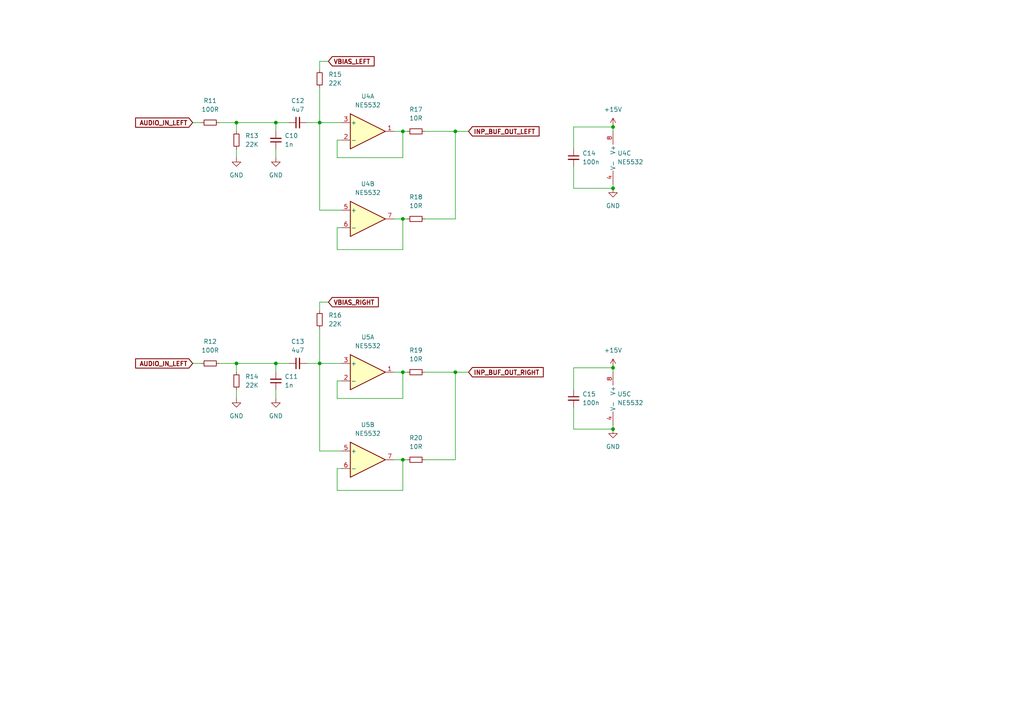
<source format=kicad_sch>
(kicad_sch (version 20211123) (generator eeschema)

  (uuid 13db1ebc-d950-4561-bf70-e2fba89d75e8)

  (paper "A4")

  (lib_symbols
    (symbol "Amplifier_Operational:NE5532" (pin_names (offset 0.127)) (in_bom yes) (on_board yes)
      (property "Reference" "U" (id 0) (at 0 5.08 0)
        (effects (font (size 1.27 1.27)) (justify left))
      )
      (property "Value" "NE5532" (id 1) (at 0 -5.08 0)
        (effects (font (size 1.27 1.27)) (justify left))
      )
      (property "Footprint" "" (id 2) (at 0 0 0)
        (effects (font (size 1.27 1.27)) hide)
      )
      (property "Datasheet" "http://www.ti.com/lit/ds/symlink/ne5532.pdf" (id 3) (at 0 0 0)
        (effects (font (size 1.27 1.27)) hide)
      )
      (property "ki_locked" "" (id 4) (at 0 0 0)
        (effects (font (size 1.27 1.27)))
      )
      (property "ki_keywords" "dual opamp" (id 5) (at 0 0 0)
        (effects (font (size 1.27 1.27)) hide)
      )
      (property "ki_description" "Dual Low-Noise Operational Amplifiers, DIP-8/SOIC-8" (id 6) (at 0 0 0)
        (effects (font (size 1.27 1.27)) hide)
      )
      (property "ki_fp_filters" "SOIC*3.9x4.9mm*P1.27mm* DIP*W7.62mm* TO*99* OnSemi*Micro8* TSSOP*3x3mm*P0.65mm* TSSOP*4.4x3mm*P0.65mm* MSOP*3x3mm*P0.65mm* SSOP*3.9x4.9mm*P0.635mm* LFCSP*2x2mm*P0.5mm* *SIP* SOIC*5.3x6.2mm*P1.27mm*" (id 7) (at 0 0 0)
        (effects (font (size 1.27 1.27)) hide)
      )
      (symbol "NE5532_1_1"
        (polyline
          (pts
            (xy -5.08 5.08)
            (xy 5.08 0)
            (xy -5.08 -5.08)
            (xy -5.08 5.08)
          )
          (stroke (width 0.254) (type default) (color 0 0 0 0))
          (fill (type background))
        )
        (pin output line (at 7.62 0 180) (length 2.54)
          (name "~" (effects (font (size 1.27 1.27))))
          (number "1" (effects (font (size 1.27 1.27))))
        )
        (pin input line (at -7.62 -2.54 0) (length 2.54)
          (name "-" (effects (font (size 1.27 1.27))))
          (number "2" (effects (font (size 1.27 1.27))))
        )
        (pin input line (at -7.62 2.54 0) (length 2.54)
          (name "+" (effects (font (size 1.27 1.27))))
          (number "3" (effects (font (size 1.27 1.27))))
        )
      )
      (symbol "NE5532_2_1"
        (polyline
          (pts
            (xy -5.08 5.08)
            (xy 5.08 0)
            (xy -5.08 -5.08)
            (xy -5.08 5.08)
          )
          (stroke (width 0.254) (type default) (color 0 0 0 0))
          (fill (type background))
        )
        (pin input line (at -7.62 2.54 0) (length 2.54)
          (name "+" (effects (font (size 1.27 1.27))))
          (number "5" (effects (font (size 1.27 1.27))))
        )
        (pin input line (at -7.62 -2.54 0) (length 2.54)
          (name "-" (effects (font (size 1.27 1.27))))
          (number "6" (effects (font (size 1.27 1.27))))
        )
        (pin output line (at 7.62 0 180) (length 2.54)
          (name "~" (effects (font (size 1.27 1.27))))
          (number "7" (effects (font (size 1.27 1.27))))
        )
      )
      (symbol "NE5532_3_1"
        (pin power_in line (at -2.54 -7.62 90) (length 3.81)
          (name "V-" (effects (font (size 1.27 1.27))))
          (number "4" (effects (font (size 1.27 1.27))))
        )
        (pin power_in line (at -2.54 7.62 270) (length 3.81)
          (name "V+" (effects (font (size 1.27 1.27))))
          (number "8" (effects (font (size 1.27 1.27))))
        )
      )
    )
    (symbol "Device:C_Small" (pin_numbers hide) (pin_names (offset 0.254) hide) (in_bom yes) (on_board yes)
      (property "Reference" "C" (id 0) (at 0.254 1.778 0)
        (effects (font (size 1.27 1.27)) (justify left))
      )
      (property "Value" "C_Small" (id 1) (at 0.254 -2.032 0)
        (effects (font (size 1.27 1.27)) (justify left))
      )
      (property "Footprint" "" (id 2) (at 0 0 0)
        (effects (font (size 1.27 1.27)) hide)
      )
      (property "Datasheet" "~" (id 3) (at 0 0 0)
        (effects (font (size 1.27 1.27)) hide)
      )
      (property "ki_keywords" "capacitor cap" (id 4) (at 0 0 0)
        (effects (font (size 1.27 1.27)) hide)
      )
      (property "ki_description" "Unpolarized capacitor, small symbol" (id 5) (at 0 0 0)
        (effects (font (size 1.27 1.27)) hide)
      )
      (property "ki_fp_filters" "C_*" (id 6) (at 0 0 0)
        (effects (font (size 1.27 1.27)) hide)
      )
      (symbol "C_Small_0_1"
        (polyline
          (pts
            (xy -1.524 -0.508)
            (xy 1.524 -0.508)
          )
          (stroke (width 0.3302) (type default) (color 0 0 0 0))
          (fill (type none))
        )
        (polyline
          (pts
            (xy -1.524 0.508)
            (xy 1.524 0.508)
          )
          (stroke (width 0.3048) (type default) (color 0 0 0 0))
          (fill (type none))
        )
      )
      (symbol "C_Small_1_1"
        (pin passive line (at 0 2.54 270) (length 2.032)
          (name "~" (effects (font (size 1.27 1.27))))
          (number "1" (effects (font (size 1.27 1.27))))
        )
        (pin passive line (at 0 -2.54 90) (length 2.032)
          (name "~" (effects (font (size 1.27 1.27))))
          (number "2" (effects (font (size 1.27 1.27))))
        )
      )
    )
    (symbol "Device:R_Small" (pin_numbers hide) (pin_names (offset 0.254) hide) (in_bom yes) (on_board yes)
      (property "Reference" "R" (id 0) (at 0.762 0.508 0)
        (effects (font (size 1.27 1.27)) (justify left))
      )
      (property "Value" "R_Small" (id 1) (at 0.762 -1.016 0)
        (effects (font (size 1.27 1.27)) (justify left))
      )
      (property "Footprint" "" (id 2) (at 0 0 0)
        (effects (font (size 1.27 1.27)) hide)
      )
      (property "Datasheet" "~" (id 3) (at 0 0 0)
        (effects (font (size 1.27 1.27)) hide)
      )
      (property "ki_keywords" "R resistor" (id 4) (at 0 0 0)
        (effects (font (size 1.27 1.27)) hide)
      )
      (property "ki_description" "Resistor, small symbol" (id 5) (at 0 0 0)
        (effects (font (size 1.27 1.27)) hide)
      )
      (property "ki_fp_filters" "R_*" (id 6) (at 0 0 0)
        (effects (font (size 1.27 1.27)) hide)
      )
      (symbol "R_Small_0_1"
        (rectangle (start -0.762 1.778) (end 0.762 -1.778)
          (stroke (width 0.2032) (type default) (color 0 0 0 0))
          (fill (type none))
        )
      )
      (symbol "R_Small_1_1"
        (pin passive line (at 0 2.54 270) (length 0.762)
          (name "~" (effects (font (size 1.27 1.27))))
          (number "1" (effects (font (size 1.27 1.27))))
        )
        (pin passive line (at 0 -2.54 90) (length 0.762)
          (name "~" (effects (font (size 1.27 1.27))))
          (number "2" (effects (font (size 1.27 1.27))))
        )
      )
    )
    (symbol "power:+15V" (power) (pin_names (offset 0)) (in_bom yes) (on_board yes)
      (property "Reference" "#PWR" (id 0) (at 0 -3.81 0)
        (effects (font (size 1.27 1.27)) hide)
      )
      (property "Value" "+15V" (id 1) (at 0 3.556 0)
        (effects (font (size 1.27 1.27)))
      )
      (property "Footprint" "" (id 2) (at 0 0 0)
        (effects (font (size 1.27 1.27)) hide)
      )
      (property "Datasheet" "" (id 3) (at 0 0 0)
        (effects (font (size 1.27 1.27)) hide)
      )
      (property "ki_keywords" "power-flag" (id 4) (at 0 0 0)
        (effects (font (size 1.27 1.27)) hide)
      )
      (property "ki_description" "Power symbol creates a global label with name \"+15V\"" (id 5) (at 0 0 0)
        (effects (font (size 1.27 1.27)) hide)
      )
      (symbol "+15V_0_1"
        (polyline
          (pts
            (xy -0.762 1.27)
            (xy 0 2.54)
          )
          (stroke (width 0) (type default) (color 0 0 0 0))
          (fill (type none))
        )
        (polyline
          (pts
            (xy 0 0)
            (xy 0 2.54)
          )
          (stroke (width 0) (type default) (color 0 0 0 0))
          (fill (type none))
        )
        (polyline
          (pts
            (xy 0 2.54)
            (xy 0.762 1.27)
          )
          (stroke (width 0) (type default) (color 0 0 0 0))
          (fill (type none))
        )
      )
      (symbol "+15V_1_1"
        (pin power_in line (at 0 0 90) (length 0) hide
          (name "+15V" (effects (font (size 1.27 1.27))))
          (number "1" (effects (font (size 1.27 1.27))))
        )
      )
    )
    (symbol "power:GND" (power) (pin_names (offset 0)) (in_bom yes) (on_board yes)
      (property "Reference" "#PWR" (id 0) (at 0 -6.35 0)
        (effects (font (size 1.27 1.27)) hide)
      )
      (property "Value" "GND" (id 1) (at 0 -3.81 0)
        (effects (font (size 1.27 1.27)))
      )
      (property "Footprint" "" (id 2) (at 0 0 0)
        (effects (font (size 1.27 1.27)) hide)
      )
      (property "Datasheet" "" (id 3) (at 0 0 0)
        (effects (font (size 1.27 1.27)) hide)
      )
      (property "ki_keywords" "power-flag" (id 4) (at 0 0 0)
        (effects (font (size 1.27 1.27)) hide)
      )
      (property "ki_description" "Power symbol creates a global label with name \"GND\" , ground" (id 5) (at 0 0 0)
        (effects (font (size 1.27 1.27)) hide)
      )
      (symbol "GND_0_1"
        (polyline
          (pts
            (xy 0 0)
            (xy 0 -1.27)
            (xy 1.27 -1.27)
            (xy 0 -2.54)
            (xy -1.27 -1.27)
            (xy 0 -1.27)
          )
          (stroke (width 0) (type default) (color 0 0 0 0))
          (fill (type none))
        )
      )
      (symbol "GND_1_1"
        (pin power_in line (at 0 0 270) (length 0) hide
          (name "GND" (effects (font (size 1.27 1.27))))
          (number "1" (effects (font (size 1.27 1.27))))
        )
      )
    )
  )

  (junction (at 177.8 36.83) (diameter 0) (color 0 0 0 0)
    (uuid 0d4317b7-6250-440b-a853-9d041ef043de)
  )
  (junction (at 116.84 133.35) (diameter 0) (color 0 0 0 0)
    (uuid 23ae819a-9274-4572-8716-dd8fa0a7b399)
  )
  (junction (at 116.84 63.5) (diameter 0) (color 0 0 0 0)
    (uuid 30d6ba06-dcf5-4e1c-9457-892ef79f97ec)
  )
  (junction (at 80.01 105.41) (diameter 0) (color 0 0 0 0)
    (uuid 39b5c450-1983-4482-bfa7-7543b9fffc86)
  )
  (junction (at 116.84 107.95) (diameter 0) (color 0 0 0 0)
    (uuid 4cf61490-2bdb-4832-85da-46160b10d18d)
  )
  (junction (at 132.08 38.1) (diameter 0) (color 0 0 0 0)
    (uuid 516b5204-e85e-45ac-ae28-986e6b0193fc)
  )
  (junction (at 80.01 35.56) (diameter 0) (color 0 0 0 0)
    (uuid 5e283800-2764-4bfe-b1d9-be3d155ad82f)
  )
  (junction (at 177.8 54.61) (diameter 0) (color 0 0 0 0)
    (uuid 617b06c6-2591-42a4-895b-020335f0fc84)
  )
  (junction (at 68.58 35.56) (diameter 0) (color 0 0 0 0)
    (uuid 68322577-d7b7-4654-bdee-88d76b9775c0)
  )
  (junction (at 177.8 106.68) (diameter 0) (color 0 0 0 0)
    (uuid 7329f83a-816f-4b88-8686-1bb397b74a76)
  )
  (junction (at 92.71 105.41) (diameter 0) (color 0 0 0 0)
    (uuid 97e0ddf2-3687-4457-9349-793c55b00f9f)
  )
  (junction (at 92.71 35.56) (diameter 0) (color 0 0 0 0)
    (uuid a11d01f8-58eb-4679-89d1-2b5843534351)
  )
  (junction (at 177.8 124.46) (diameter 0) (color 0 0 0 0)
    (uuid c282d3db-7fe8-493d-8b65-609b66bf6044)
  )
  (junction (at 68.58 105.41) (diameter 0) (color 0 0 0 0)
    (uuid ce40123a-9714-4b05-82bf-5e0fecfcff68)
  )
  (junction (at 116.84 38.1) (diameter 0) (color 0 0 0 0)
    (uuid d1d4d12e-a0cc-481f-97fd-8a3988f891bb)
  )
  (junction (at 132.08 107.95) (diameter 0) (color 0 0 0 0)
    (uuid d8c308bb-bce3-4f14-bd8f-38c6ed94fa65)
  )

  (wire (pts (xy 166.37 48.26) (xy 166.37 54.61))
    (stroke (width 0) (type default) (color 0 0 0 0))
    (uuid 01b1842b-b3fd-403c-9ad2-14f77efe76cc)
  )
  (wire (pts (xy 92.71 20.32) (xy 92.71 17.78))
    (stroke (width 0) (type default) (color 0 0 0 0))
    (uuid 01bed3b2-ca7d-401e-97e2-b3f3cc55c5f9)
  )
  (wire (pts (xy 99.06 110.49) (xy 97.79 110.49))
    (stroke (width 0) (type default) (color 0 0 0 0))
    (uuid 02a86f5c-e42c-45a4-a24a-1a29e09d8580)
  )
  (wire (pts (xy 97.79 142.24) (xy 116.84 142.24))
    (stroke (width 0) (type default) (color 0 0 0 0))
    (uuid 04da8285-05a3-4ed4-a815-39f585b6968e)
  )
  (wire (pts (xy 92.71 35.56) (xy 99.06 35.56))
    (stroke (width 0) (type default) (color 0 0 0 0))
    (uuid 05257c8a-b7e6-4b43-ae1f-24755cbb6837)
  )
  (wire (pts (xy 80.01 35.56) (xy 83.82 35.56))
    (stroke (width 0) (type default) (color 0 0 0 0))
    (uuid 05767ae7-025c-4367-bea8-e42d6609c019)
  )
  (wire (pts (xy 116.84 45.72) (xy 116.84 38.1))
    (stroke (width 0) (type default) (color 0 0 0 0))
    (uuid 06b38dc8-fba6-4217-8683-60c2a43c8838)
  )
  (wire (pts (xy 116.84 38.1) (xy 114.3 38.1))
    (stroke (width 0) (type default) (color 0 0 0 0))
    (uuid 0ad98d31-8545-44af-8389-eaae28823c10)
  )
  (wire (pts (xy 92.71 35.56) (xy 92.71 60.96))
    (stroke (width 0) (type default) (color 0 0 0 0))
    (uuid 11adf7b5-5354-47a8-99dc-70bce84f422c)
  )
  (wire (pts (xy 97.79 110.49) (xy 97.79 115.57))
    (stroke (width 0) (type default) (color 0 0 0 0))
    (uuid 132d3883-061f-4b48-8d0c-9e28b2eff0ff)
  )
  (wire (pts (xy 80.01 43.18) (xy 80.01 45.72))
    (stroke (width 0) (type default) (color 0 0 0 0))
    (uuid 29e15d06-b8ba-4e55-8196-33be5293da9d)
  )
  (wire (pts (xy 116.84 115.57) (xy 116.84 107.95))
    (stroke (width 0) (type default) (color 0 0 0 0))
    (uuid 2c0e62f6-983c-4004-ac84-0e84c37dddc4)
  )
  (wire (pts (xy 68.58 107.95) (xy 68.58 105.41))
    (stroke (width 0) (type default) (color 0 0 0 0))
    (uuid 2ccface0-4cd6-4312-9bc8-b273d070b1a8)
  )
  (wire (pts (xy 80.01 35.56) (xy 80.01 38.1))
    (stroke (width 0) (type default) (color 0 0 0 0))
    (uuid 2d0d0a67-cab1-4148-bef1-e490641347d3)
  )
  (wire (pts (xy 88.9 105.41) (xy 92.71 105.41))
    (stroke (width 0) (type default) (color 0 0 0 0))
    (uuid 3241e7c3-c664-469e-970e-e2521079956e)
  )
  (wire (pts (xy 92.71 105.41) (xy 99.06 105.41))
    (stroke (width 0) (type default) (color 0 0 0 0))
    (uuid 37bdd815-3b96-4219-b80d-6e0ed9354806)
  )
  (wire (pts (xy 68.58 43.18) (xy 68.58 45.72))
    (stroke (width 0) (type default) (color 0 0 0 0))
    (uuid 392a4e7b-b325-43a4-93fa-602eff5599aa)
  )
  (wire (pts (xy 116.84 63.5) (xy 118.11 63.5))
    (stroke (width 0) (type default) (color 0 0 0 0))
    (uuid 3be0c082-6c9a-450c-bb69-c2e6f96cc40f)
  )
  (wire (pts (xy 116.84 133.35) (xy 114.3 133.35))
    (stroke (width 0) (type default) (color 0 0 0 0))
    (uuid 3f5f3243-1eee-4245-b483-9671257c6385)
  )
  (wire (pts (xy 116.84 63.5) (xy 114.3 63.5))
    (stroke (width 0) (type default) (color 0 0 0 0))
    (uuid 443557bc-b0e2-4c72-bcf0-a2c32e097504)
  )
  (wire (pts (xy 132.08 63.5) (xy 132.08 38.1))
    (stroke (width 0) (type default) (color 0 0 0 0))
    (uuid 49d7a761-169e-41ce-ab2d-98600c48b88c)
  )
  (wire (pts (xy 92.71 87.63) (xy 95.25 87.63))
    (stroke (width 0) (type default) (color 0 0 0 0))
    (uuid 4aaf63ea-40bf-4a34-9f4c-9e6930ead1d9)
  )
  (wire (pts (xy 132.08 107.95) (xy 135.89 107.95))
    (stroke (width 0) (type default) (color 0 0 0 0))
    (uuid 4b92ec21-4aaf-4720-9be4-9e403096f833)
  )
  (wire (pts (xy 92.71 17.78) (xy 95.25 17.78))
    (stroke (width 0) (type default) (color 0 0 0 0))
    (uuid 5b17a113-91df-488f-b779-cc0306ba30a4)
  )
  (wire (pts (xy 68.58 35.56) (xy 80.01 35.56))
    (stroke (width 0) (type default) (color 0 0 0 0))
    (uuid 5bff6d26-a61a-49ba-983f-27700bd2b58e)
  )
  (wire (pts (xy 132.08 133.35) (xy 132.08 107.95))
    (stroke (width 0) (type default) (color 0 0 0 0))
    (uuid 5c13ec2f-3e2f-414c-ba1a-30eb8a6da7e7)
  )
  (wire (pts (xy 116.84 38.1) (xy 118.11 38.1))
    (stroke (width 0) (type default) (color 0 0 0 0))
    (uuid 5c79c6c6-84e8-49ff-a70c-56c5fd6d4cc7)
  )
  (wire (pts (xy 80.01 105.41) (xy 83.82 105.41))
    (stroke (width 0) (type default) (color 0 0 0 0))
    (uuid 60a93bc6-3028-4f6e-b545-c2fe085bd794)
  )
  (wire (pts (xy 116.84 133.35) (xy 118.11 133.35))
    (stroke (width 0) (type default) (color 0 0 0 0))
    (uuid 62204dbe-e938-4b0e-b205-f09ca04220bc)
  )
  (wire (pts (xy 88.9 35.56) (xy 92.71 35.56))
    (stroke (width 0) (type default) (color 0 0 0 0))
    (uuid 649ece53-1e8c-4e9a-8bb9-fa2cfadea499)
  )
  (wire (pts (xy 63.5 35.56) (xy 68.58 35.56))
    (stroke (width 0) (type default) (color 0 0 0 0))
    (uuid 669cde51-515d-4a63-b03f-3b59ed217b09)
  )
  (wire (pts (xy 166.37 118.11) (xy 166.37 124.46))
    (stroke (width 0) (type default) (color 0 0 0 0))
    (uuid 6903fc18-888b-4647-a899-31ac35284758)
  )
  (wire (pts (xy 177.8 36.83) (xy 177.8 38.1))
    (stroke (width 0) (type default) (color 0 0 0 0))
    (uuid 6f9fd5d2-9daf-4aec-883e-79cdef20dcd8)
  )
  (wire (pts (xy 166.37 113.03) (xy 166.37 106.68))
    (stroke (width 0) (type default) (color 0 0 0 0))
    (uuid 70d766e7-02bc-445f-ba9d-195f575185ad)
  )
  (wire (pts (xy 97.79 135.89) (xy 97.79 142.24))
    (stroke (width 0) (type default) (color 0 0 0 0))
    (uuid 744a86c9-f526-4a8a-aa38-e2cf9389a6d1)
  )
  (wire (pts (xy 123.19 38.1) (xy 132.08 38.1))
    (stroke (width 0) (type default) (color 0 0 0 0))
    (uuid 7a6cdd36-9046-42e1-8ac4-0310bdabbd93)
  )
  (wire (pts (xy 55.88 105.41) (xy 58.42 105.41))
    (stroke (width 0) (type default) (color 0 0 0 0))
    (uuid 8000861c-b276-42f2-8300-f28ed7fe41fe)
  )
  (wire (pts (xy 68.58 113.03) (xy 68.58 115.57))
    (stroke (width 0) (type default) (color 0 0 0 0))
    (uuid 80b62f9e-435a-42a2-b7d1-eae0e1805925)
  )
  (wire (pts (xy 123.19 107.95) (xy 132.08 107.95))
    (stroke (width 0) (type default) (color 0 0 0 0))
    (uuid 8318d972-8c32-4998-b607-bd8fab681d66)
  )
  (wire (pts (xy 99.06 66.04) (xy 97.79 66.04))
    (stroke (width 0) (type default) (color 0 0 0 0))
    (uuid 85b8f532-e657-45a5-a38b-01e0fc96fa69)
  )
  (wire (pts (xy 166.37 124.46) (xy 177.8 124.46))
    (stroke (width 0) (type default) (color 0 0 0 0))
    (uuid 895afd7a-29a8-4e97-98eb-7e1016efa380)
  )
  (wire (pts (xy 177.8 123.19) (xy 177.8 124.46))
    (stroke (width 0) (type default) (color 0 0 0 0))
    (uuid 94087863-4b9d-4d98-af9e-4cc8a3fd6cc2)
  )
  (wire (pts (xy 63.5 105.41) (xy 68.58 105.41))
    (stroke (width 0) (type default) (color 0 0 0 0))
    (uuid 96551bd4-8fea-493c-9337-6df7d647cf6b)
  )
  (wire (pts (xy 123.19 133.35) (xy 132.08 133.35))
    (stroke (width 0) (type default) (color 0 0 0 0))
    (uuid 973179d9-d7ca-49ea-8955-e2d733cda96f)
  )
  (wire (pts (xy 123.19 63.5) (xy 132.08 63.5))
    (stroke (width 0) (type default) (color 0 0 0 0))
    (uuid 996f7f86-8c0e-4c05-bb5c-aa696d3fc33a)
  )
  (wire (pts (xy 92.71 25.4) (xy 92.71 35.56))
    (stroke (width 0) (type default) (color 0 0 0 0))
    (uuid 99980089-28a1-4755-a4f8-1b2ee544a18e)
  )
  (wire (pts (xy 97.79 66.04) (xy 97.79 72.39))
    (stroke (width 0) (type default) (color 0 0 0 0))
    (uuid 9c10fc17-ccfe-4e69-aa86-c672041d3ca2)
  )
  (wire (pts (xy 132.08 38.1) (xy 135.89 38.1))
    (stroke (width 0) (type default) (color 0 0 0 0))
    (uuid 9c32246d-db17-477f-9d3f-c035456f42cf)
  )
  (wire (pts (xy 177.8 53.34) (xy 177.8 54.61))
    (stroke (width 0) (type default) (color 0 0 0 0))
    (uuid 9e29439e-e814-4a01-9314-70c853a9220f)
  )
  (wire (pts (xy 92.71 90.17) (xy 92.71 87.63))
    (stroke (width 0) (type default) (color 0 0 0 0))
    (uuid 9f8826fc-91d7-4a1e-8b3f-2642d9c007d9)
  )
  (wire (pts (xy 99.06 135.89) (xy 97.79 135.89))
    (stroke (width 0) (type default) (color 0 0 0 0))
    (uuid a084a9aa-1c7a-455a-bb29-65f074d958a0)
  )
  (wire (pts (xy 116.84 142.24) (xy 116.84 133.35))
    (stroke (width 0) (type default) (color 0 0 0 0))
    (uuid a12de82e-a40f-430d-806a-20de32509dbf)
  )
  (wire (pts (xy 68.58 105.41) (xy 80.01 105.41))
    (stroke (width 0) (type default) (color 0 0 0 0))
    (uuid a489363e-7f3d-421e-ae4e-950ab2334896)
  )
  (wire (pts (xy 99.06 60.96) (xy 92.71 60.96))
    (stroke (width 0) (type default) (color 0 0 0 0))
    (uuid a8651874-3f75-40ae-8a87-8754d7668fb8)
  )
  (wire (pts (xy 92.71 95.25) (xy 92.71 105.41))
    (stroke (width 0) (type default) (color 0 0 0 0))
    (uuid accd62e8-55b9-4692-bdfa-d33e70bbbdd6)
  )
  (wire (pts (xy 80.01 113.03) (xy 80.01 115.57))
    (stroke (width 0) (type default) (color 0 0 0 0))
    (uuid ad360a5e-df27-4738-950b-ed7e85967f59)
  )
  (wire (pts (xy 166.37 54.61) (xy 177.8 54.61))
    (stroke (width 0) (type default) (color 0 0 0 0))
    (uuid ae7de82c-fb58-41b9-8fd4-a376b3d8983b)
  )
  (wire (pts (xy 55.88 35.56) (xy 58.42 35.56))
    (stroke (width 0) (type default) (color 0 0 0 0))
    (uuid b3002e2c-dfe7-430d-b2ce-f9a4baed7b79)
  )
  (wire (pts (xy 97.79 40.64) (xy 97.79 45.72))
    (stroke (width 0) (type default) (color 0 0 0 0))
    (uuid b8889a9f-481c-4686-b99f-1dd797847bf5)
  )
  (wire (pts (xy 92.71 105.41) (xy 92.71 130.81))
    (stroke (width 0) (type default) (color 0 0 0 0))
    (uuid bfd828b3-ef69-42b3-bdb2-e95b10288055)
  )
  (wire (pts (xy 80.01 105.41) (xy 80.01 107.95))
    (stroke (width 0) (type default) (color 0 0 0 0))
    (uuid c090733c-2062-49a9-9993-144ef6129ee2)
  )
  (wire (pts (xy 116.84 72.39) (xy 116.84 63.5))
    (stroke (width 0) (type default) (color 0 0 0 0))
    (uuid c101c600-d43c-40a1-b44b-48b95104b82e)
  )
  (wire (pts (xy 97.79 115.57) (xy 116.84 115.57))
    (stroke (width 0) (type default) (color 0 0 0 0))
    (uuid c57dbbca-cd51-46c2-a6e4-5728a651fdb2)
  )
  (wire (pts (xy 166.37 43.18) (xy 166.37 36.83))
    (stroke (width 0) (type default) (color 0 0 0 0))
    (uuid d506cdec-6401-4333-9edc-5300faa13817)
  )
  (wire (pts (xy 177.8 106.68) (xy 177.8 107.95))
    (stroke (width 0) (type default) (color 0 0 0 0))
    (uuid dadb2064-b89c-4cf1-afd5-c5504084bd5a)
  )
  (wire (pts (xy 116.84 107.95) (xy 118.11 107.95))
    (stroke (width 0) (type default) (color 0 0 0 0))
    (uuid dcfe6010-a509-4531-894b-1e1994939f1f)
  )
  (wire (pts (xy 99.06 40.64) (xy 97.79 40.64))
    (stroke (width 0) (type default) (color 0 0 0 0))
    (uuid e749739a-7013-4d9d-b14a-3ece427800af)
  )
  (wire (pts (xy 99.06 130.81) (xy 92.71 130.81))
    (stroke (width 0) (type default) (color 0 0 0 0))
    (uuid ebdf5a9f-da35-42bb-b9c5-b84609f4a33b)
  )
  (wire (pts (xy 97.79 72.39) (xy 116.84 72.39))
    (stroke (width 0) (type default) (color 0 0 0 0))
    (uuid ec2e3033-20df-4b57-8a5d-cab7fb215f4a)
  )
  (wire (pts (xy 166.37 106.68) (xy 177.8 106.68))
    (stroke (width 0) (type default) (color 0 0 0 0))
    (uuid eddbee0f-0282-45a3-adde-24c5a8eeaa06)
  )
  (wire (pts (xy 97.79 45.72) (xy 116.84 45.72))
    (stroke (width 0) (type default) (color 0 0 0 0))
    (uuid f380b16f-81f8-4c92-bcb8-7a2b1d725b26)
  )
  (wire (pts (xy 68.58 38.1) (xy 68.58 35.56))
    (stroke (width 0) (type default) (color 0 0 0 0))
    (uuid f776513c-ec33-4bce-bc52-6ff833ece639)
  )
  (wire (pts (xy 116.84 107.95) (xy 114.3 107.95))
    (stroke (width 0) (type default) (color 0 0 0 0))
    (uuid f9b566d2-cff7-4927-b91d-9d52d540df60)
  )
  (wire (pts (xy 166.37 36.83) (xy 177.8 36.83))
    (stroke (width 0) (type default) (color 0 0 0 0))
    (uuid fcbf1e26-eefb-4cbb-b971-ddc409e93982)
  )

  (global_label "INP_BUF_OUT_RIGHT" (shape input) (at 135.89 107.95 0) (fields_autoplaced)
    (effects (font (size 1.27 1.27) bold) (justify left))
    (uuid 1257d77f-edab-4690-b20e-8fc1ce27eeb1)
    (property "Intersheet References" "${INTERSHEET_REFS}" (id 0) (at 157.3621 107.823 0)
      (effects (font (size 1.27 1.27) bold) (justify left) hide)
    )
  )
  (global_label "AUDIO_IN_LEFT" (shape input) (at 55.88 105.41 180) (fields_autoplaced)
    (effects (font (size 1.27 1.27) bold) (justify right))
    (uuid 58bc450e-7f32-4bab-8cd5-0d29c0b92f81)
    (property "Intersheet References" "${INTERSHEET_REFS}" (id 0) (at 39.5484 105.283 0)
      (effects (font (size 1.27 1.27) bold) (justify right) hide)
    )
  )
  (global_label "VBIAS_RIGHT" (shape input) (at 95.25 87.63 0) (fields_autoplaced)
    (effects (font (size 1.27 1.27) bold) (justify left))
    (uuid 640ebe21-bb6e-46ba-bf73-94bd6b340ee9)
    (property "Intersheet References" "${INTERSHEET_REFS}" (id 0) (at 109.5254 87.503 0)
      (effects (font (size 1.27 1.27) bold) (justify left) hide)
    )
  )
  (global_label "INP_BUF_OUT_LEFT" (shape input) (at 135.89 38.1 0) (fields_autoplaced)
    (effects (font (size 1.27 1.27) bold) (justify left))
    (uuid a1935e0b-45e7-434d-ae47-5efa15411860)
    (property "Intersheet References" "${INTERSHEET_REFS}" (id 0) (at 156.1525 37.973 0)
      (effects (font (size 1.27 1.27) bold) (justify left) hide)
    )
  )
  (global_label "VBIAS_LEFT" (shape input) (at 95.25 17.78 0) (fields_autoplaced)
    (effects (font (size 1.27 1.27) bold) (justify left))
    (uuid fd868999-de5d-4ae9-b82a-280d587c5d3a)
    (property "Intersheet References" "${INTERSHEET_REFS}" (id 0) (at 108.3159 17.653 0)
      (effects (font (size 1.27 1.27) bold) (justify left) hide)
    )
  )
  (global_label "AUDIO_IN_LEFT" (shape input) (at 55.88 35.56 180) (fields_autoplaced)
    (effects (font (size 1.27 1.27) bold) (justify right))
    (uuid ffcae11c-dc9f-4dc7-97de-f297c07ea9ce)
    (property "Intersheet References" "${INTERSHEET_REFS}" (id 0) (at 39.5484 35.433 0)
      (effects (font (size 1.27 1.27) bold) (justify right) hide)
    )
  )

  (symbol (lib_id "Device:C_Small") (at 86.36 35.56 90) (unit 1)
    (in_bom yes) (on_board yes) (fields_autoplaced)
    (uuid 072f5690-73ec-4f9b-a5ef-6b49ef841123)
    (property "Reference" "C12" (id 0) (at 86.3663 29.21 90))
    (property "Value" "4u7" (id 1) (at 86.3663 31.75 90))
    (property "Footprint" "" (id 2) (at 86.36 35.56 0)
      (effects (font (size 1.27 1.27)) hide)
    )
    (property "Datasheet" "~" (id 3) (at 86.36 35.56 0)
      (effects (font (size 1.27 1.27)) hide)
    )
    (pin "1" (uuid 278d7b5b-1455-42ec-960a-ee643f129c7d))
    (pin "2" (uuid 21c49bc1-a21a-44ab-8206-51200db97bde))
  )

  (symbol (lib_id "power:GND") (at 68.58 115.57 0) (unit 1)
    (in_bom yes) (on_board yes) (fields_autoplaced)
    (uuid 18895307-57c8-47a5-91d4-a6b7feb5b8c8)
    (property "Reference" "#PWR015" (id 0) (at 68.58 121.92 0)
      (effects (font (size 1.27 1.27)) hide)
    )
    (property "Value" "GND" (id 1) (at 68.58 120.65 0))
    (property "Footprint" "" (id 2) (at 68.58 115.57 0)
      (effects (font (size 1.27 1.27)) hide)
    )
    (property "Datasheet" "" (id 3) (at 68.58 115.57 0)
      (effects (font (size 1.27 1.27)) hide)
    )
    (pin "1" (uuid 96ab81d5-11d6-4cf9-b755-b5dcfb567c36))
  )

  (symbol (lib_id "Amplifier_Operational:NE5532") (at 106.68 63.5 0) (unit 2)
    (in_bom yes) (on_board yes) (fields_autoplaced)
    (uuid 1ae3a25a-65b7-41de-adf2-facb3759acb3)
    (property "Reference" "U4" (id 0) (at 106.68 53.34 0))
    (property "Value" "NE5532" (id 1) (at 106.68 55.88 0))
    (property "Footprint" "Package_SO:SOIC-8_3.9x4.9mm_P1.27mm" (id 2) (at 106.68 63.5 0)
      (effects (font (size 1.27 1.27)) hide)
    )
    (property "Datasheet" "http://www.ti.com/lit/ds/symlink/ne5532.pdf" (id 3) (at 106.68 63.5 0)
      (effects (font (size 1.27 1.27)) hide)
    )
    (pin "5" (uuid 0cf36bdf-e878-4af7-a761-1d1b552b86b2))
    (pin "6" (uuid 0a452e16-cbce-48de-aa35-65755386e3a4))
    (pin "7" (uuid 0fa3451e-ee3b-4f66-b27e-f12b84cda3ee))
  )

  (symbol (lib_id "power:GND") (at 177.8 54.61 0) (unit 1)
    (in_bom yes) (on_board yes) (fields_autoplaced)
    (uuid 348d683c-7bd0-494a-b3ec-e4b6303defac)
    (property "Reference" "#PWR019" (id 0) (at 177.8 60.96 0)
      (effects (font (size 1.27 1.27)) hide)
    )
    (property "Value" "GND" (id 1) (at 177.8 59.69 0))
    (property "Footprint" "" (id 2) (at 177.8 54.61 0)
      (effects (font (size 1.27 1.27)) hide)
    )
    (property "Datasheet" "" (id 3) (at 177.8 54.61 0)
      (effects (font (size 1.27 1.27)) hide)
    )
    (pin "1" (uuid 8ab0d17a-6fd4-45d2-a4c8-64616fb06351))
  )

  (symbol (lib_id "Device:R_Small") (at 68.58 110.49 0) (unit 1)
    (in_bom yes) (on_board yes) (fields_autoplaced)
    (uuid 3ee06c63-bce1-472e-b5c4-f02b97cbc152)
    (property "Reference" "R14" (id 0) (at 71.12 109.2199 0)
      (effects (font (size 1.27 1.27)) (justify left))
    )
    (property "Value" "22K" (id 1) (at 71.12 111.7599 0)
      (effects (font (size 1.27 1.27)) (justify left))
    )
    (property "Footprint" "" (id 2) (at 68.58 110.49 0)
      (effects (font (size 1.27 1.27)) hide)
    )
    (property "Datasheet" "~" (id 3) (at 68.58 110.49 0)
      (effects (font (size 1.27 1.27)) hide)
    )
    (pin "1" (uuid cbff2f23-75fd-4ce6-b099-a478806e4b63))
    (pin "2" (uuid 523c4a17-80d1-43ba-90b5-e011c3dda5ee))
  )

  (symbol (lib_id "Amplifier_Operational:NE5532") (at 106.68 107.95 0) (unit 1)
    (in_bom yes) (on_board yes) (fields_autoplaced)
    (uuid 470650da-6dbd-4ebc-809c-1f2116fc4aa9)
    (property "Reference" "U5" (id 0) (at 106.68 97.79 0))
    (property "Value" "NE5532" (id 1) (at 106.68 100.33 0))
    (property "Footprint" "Package_SO:SOIC-8_3.9x4.9mm_P1.27mm" (id 2) (at 106.68 107.95 0)
      (effects (font (size 1.27 1.27)) hide)
    )
    (property "Datasheet" "http://www.ti.com/lit/ds/symlink/ne5532.pdf" (id 3) (at 106.68 107.95 0)
      (effects (font (size 1.27 1.27)) hide)
    )
    (pin "1" (uuid 26987140-d98b-479b-835e-3e52a5c5724b))
    (pin "2" (uuid fcf923bc-ab4f-4297-b085-1f4c10fe5833))
    (pin "3" (uuid fae31ce8-be84-4f7b-8c06-5840cb6ab67d))
  )

  (symbol (lib_id "power:GND") (at 80.01 45.72 0) (unit 1)
    (in_bom yes) (on_board yes) (fields_autoplaced)
    (uuid 4fa49cdf-6b28-4cd3-93e6-20cae4523aa4)
    (property "Reference" "#PWR016" (id 0) (at 80.01 52.07 0)
      (effects (font (size 1.27 1.27)) hide)
    )
    (property "Value" "GND" (id 1) (at 80.01 50.8 0))
    (property "Footprint" "" (id 2) (at 80.01 45.72 0)
      (effects (font (size 1.27 1.27)) hide)
    )
    (property "Datasheet" "" (id 3) (at 80.01 45.72 0)
      (effects (font (size 1.27 1.27)) hide)
    )
    (pin "1" (uuid 1e9d81c9-87aa-4fff-9ddf-67053debb50d))
  )

  (symbol (lib_id "power:GND") (at 177.8 124.46 0) (unit 1)
    (in_bom yes) (on_board yes) (fields_autoplaced)
    (uuid 4fdf3984-8929-4df1-8c64-02fc8c44855d)
    (property "Reference" "#PWR021" (id 0) (at 177.8 130.81 0)
      (effects (font (size 1.27 1.27)) hide)
    )
    (property "Value" "GND" (id 1) (at 177.8 129.54 0))
    (property "Footprint" "" (id 2) (at 177.8 124.46 0)
      (effects (font (size 1.27 1.27)) hide)
    )
    (property "Datasheet" "" (id 3) (at 177.8 124.46 0)
      (effects (font (size 1.27 1.27)) hide)
    )
    (pin "1" (uuid 8e611c60-202d-43be-9fc8-de08f07631a1))
  )

  (symbol (lib_id "Device:R_Small") (at 68.58 40.64 0) (unit 1)
    (in_bom yes) (on_board yes) (fields_autoplaced)
    (uuid 529b11cf-c3a2-4d4a-a7a9-4fc91fa41f6a)
    (property "Reference" "R13" (id 0) (at 71.12 39.3699 0)
      (effects (font (size 1.27 1.27)) (justify left))
    )
    (property "Value" "22K" (id 1) (at 71.12 41.9099 0)
      (effects (font (size 1.27 1.27)) (justify left))
    )
    (property "Footprint" "" (id 2) (at 68.58 40.64 0)
      (effects (font (size 1.27 1.27)) hide)
    )
    (property "Datasheet" "~" (id 3) (at 68.58 40.64 0)
      (effects (font (size 1.27 1.27)) hide)
    )
    (pin "1" (uuid 5553ba6c-a63f-45ef-abd9-2eef0cfa5d06))
    (pin "2" (uuid 7d01b1e9-984f-42e3-a05b-9da9239e61e7))
  )

  (symbol (lib_id "Amplifier_Operational:NE5532") (at 106.68 133.35 0) (unit 2)
    (in_bom yes) (on_board yes) (fields_autoplaced)
    (uuid 557d70ee-aaf0-4720-94f2-f439ac481abb)
    (property "Reference" "U5" (id 0) (at 106.68 123.19 0))
    (property "Value" "NE5532" (id 1) (at 106.68 125.73 0))
    (property "Footprint" "Package_SO:SOIC-8_3.9x4.9mm_P1.27mm" (id 2) (at 106.68 133.35 0)
      (effects (font (size 1.27 1.27)) hide)
    )
    (property "Datasheet" "http://www.ti.com/lit/ds/symlink/ne5532.pdf" (id 3) (at 106.68 133.35 0)
      (effects (font (size 1.27 1.27)) hide)
    )
    (pin "5" (uuid 8fc8a25f-af6c-4c6e-bfbd-a67a183af136))
    (pin "6" (uuid 4ec41c4c-4a5f-4213-97da-011c2da4b416))
    (pin "7" (uuid dfbdb487-c55c-4b33-9b25-7663b625b91e))
  )

  (symbol (lib_id "Device:R_Small") (at 92.71 22.86 0) (unit 1)
    (in_bom yes) (on_board yes) (fields_autoplaced)
    (uuid 65f561ac-d2b5-42d5-9f59-16ceaca974aa)
    (property "Reference" "R15" (id 0) (at 95.25 21.5899 0)
      (effects (font (size 1.27 1.27)) (justify left))
    )
    (property "Value" "22K" (id 1) (at 95.25 24.1299 0)
      (effects (font (size 1.27 1.27)) (justify left))
    )
    (property "Footprint" "" (id 2) (at 92.71 22.86 0)
      (effects (font (size 1.27 1.27)) hide)
    )
    (property "Datasheet" "~" (id 3) (at 92.71 22.86 0)
      (effects (font (size 1.27 1.27)) hide)
    )
    (pin "1" (uuid 9ddb0ab3-57ca-4c96-8ac7-82541703a911))
    (pin "2" (uuid d873cbf2-4f9d-4214-8f86-2c01b9186146))
  )

  (symbol (lib_id "Device:R_Small") (at 60.96 35.56 90) (unit 1)
    (in_bom yes) (on_board yes) (fields_autoplaced)
    (uuid 665861bb-3c85-43bc-9dc7-9c72219f317e)
    (property "Reference" "R11" (id 0) (at 60.96 29.21 90))
    (property "Value" "100R" (id 1) (at 60.96 31.75 90))
    (property "Footprint" "" (id 2) (at 60.96 35.56 0)
      (effects (font (size 1.27 1.27)) hide)
    )
    (property "Datasheet" "~" (id 3) (at 60.96 35.56 0)
      (effects (font (size 1.27 1.27)) hide)
    )
    (pin "1" (uuid afc603cf-c193-495f-a733-c9b20b4755eb))
    (pin "2" (uuid 45c09255-d4bf-4122-bd0e-661442da52ec))
  )

  (symbol (lib_id "Device:R_Small") (at 92.71 92.71 0) (unit 1)
    (in_bom yes) (on_board yes) (fields_autoplaced)
    (uuid 68758253-6787-4058-91f9-f7a3696b65b7)
    (property "Reference" "R16" (id 0) (at 95.25 91.4399 0)
      (effects (font (size 1.27 1.27)) (justify left))
    )
    (property "Value" "22K" (id 1) (at 95.25 93.9799 0)
      (effects (font (size 1.27 1.27)) (justify left))
    )
    (property "Footprint" "" (id 2) (at 92.71 92.71 0)
      (effects (font (size 1.27 1.27)) hide)
    )
    (property "Datasheet" "~" (id 3) (at 92.71 92.71 0)
      (effects (font (size 1.27 1.27)) hide)
    )
    (pin "1" (uuid ab9491bc-b4d9-4ca2-9fd0-e73c780e037e))
    (pin "2" (uuid d7d4d006-79ee-47e9-968a-3dfb67215b48))
  )

  (symbol (lib_id "Amplifier_Operational:NE5532") (at 180.34 45.72 0) (unit 3)
    (in_bom yes) (on_board yes) (fields_autoplaced)
    (uuid 6b8dceed-5469-4296-ad00-9068db9fc20f)
    (property "Reference" "U4" (id 0) (at 179.07 44.4499 0)
      (effects (font (size 1.27 1.27)) (justify left))
    )
    (property "Value" "NE5532" (id 1) (at 179.07 46.9899 0)
      (effects (font (size 1.27 1.27)) (justify left))
    )
    (property "Footprint" "Package_SO:SOIC-8_3.9x4.9mm_P1.27mm" (id 2) (at 180.34 45.72 0)
      (effects (font (size 1.27 1.27)) hide)
    )
    (property "Datasheet" "http://www.ti.com/lit/ds/symlink/ne5532.pdf" (id 3) (at 180.34 45.72 0)
      (effects (font (size 1.27 1.27)) hide)
    )
    (pin "4" (uuid 317daa0d-8754-4bca-83c8-19383f44afcc))
    (pin "8" (uuid 4df27a4b-7302-4170-beb0-6958cd545bcf))
  )

  (symbol (lib_id "Device:C_Small") (at 166.37 45.72 0) (unit 1)
    (in_bom yes) (on_board yes) (fields_autoplaced)
    (uuid 6f5c63b1-a751-4461-9737-1ffb0c9f2153)
    (property "Reference" "C14" (id 0) (at 168.91 44.4562 0)
      (effects (font (size 1.27 1.27)) (justify left))
    )
    (property "Value" "100n" (id 1) (at 168.91 46.9962 0)
      (effects (font (size 1.27 1.27)) (justify left))
    )
    (property "Footprint" "" (id 2) (at 166.37 45.72 0)
      (effects (font (size 1.27 1.27)) hide)
    )
    (property "Datasheet" "~" (id 3) (at 166.37 45.72 0)
      (effects (font (size 1.27 1.27)) hide)
    )
    (pin "1" (uuid 5f9ae817-6b13-4155-aa8f-fe049a21cf6c))
    (pin "2" (uuid 316d2df3-18e8-4864-a05f-89645f6f8037))
  )

  (symbol (lib_id "power:+15V") (at 177.8 36.83 0) (unit 1)
    (in_bom yes) (on_board yes) (fields_autoplaced)
    (uuid 76c05085-9bbe-48d5-a3d5-dd15d76260b6)
    (property "Reference" "#PWR018" (id 0) (at 177.8 40.64 0)
      (effects (font (size 1.27 1.27)) hide)
    )
    (property "Value" "+15V" (id 1) (at 177.8 31.75 0))
    (property "Footprint" "" (id 2) (at 177.8 36.83 0)
      (effects (font (size 1.27 1.27)) hide)
    )
    (property "Datasheet" "" (id 3) (at 177.8 36.83 0)
      (effects (font (size 1.27 1.27)) hide)
    )
    (pin "1" (uuid e4392c0b-2440-458e-abee-33d8d1fdf0e5))
  )

  (symbol (lib_id "Device:C_Small") (at 166.37 115.57 0) (unit 1)
    (in_bom yes) (on_board yes) (fields_autoplaced)
    (uuid 773f0452-458f-4547-81f6-b5574e68957a)
    (property "Reference" "C15" (id 0) (at 168.91 114.3062 0)
      (effects (font (size 1.27 1.27)) (justify left))
    )
    (property "Value" "100n" (id 1) (at 168.91 116.8462 0)
      (effects (font (size 1.27 1.27)) (justify left))
    )
    (property "Footprint" "" (id 2) (at 166.37 115.57 0)
      (effects (font (size 1.27 1.27)) hide)
    )
    (property "Datasheet" "~" (id 3) (at 166.37 115.57 0)
      (effects (font (size 1.27 1.27)) hide)
    )
    (pin "1" (uuid 8634d69d-02b7-4722-96fd-77c19fa0cb73))
    (pin "2" (uuid 344c4141-5e3d-4ad7-a87a-f133504d7202))
  )

  (symbol (lib_id "Device:R_Small") (at 120.65 107.95 90) (unit 1)
    (in_bom yes) (on_board yes) (fields_autoplaced)
    (uuid 77e91837-dd70-4640-be80-d1ff42e52426)
    (property "Reference" "R19" (id 0) (at 120.65 101.6 90))
    (property "Value" "10R" (id 1) (at 120.65 104.14 90))
    (property "Footprint" "" (id 2) (at 120.65 107.95 0)
      (effects (font (size 1.27 1.27)) hide)
    )
    (property "Datasheet" "~" (id 3) (at 120.65 107.95 0)
      (effects (font (size 1.27 1.27)) hide)
    )
    (pin "1" (uuid 6f7e5fa4-f388-4116-b12f-59a6c4d314e7))
    (pin "2" (uuid 3bffc106-3793-46aa-9b30-faac1e6f8947))
  )

  (symbol (lib_id "Amplifier_Operational:NE5532") (at 180.34 115.57 0) (unit 3)
    (in_bom yes) (on_board yes) (fields_autoplaced)
    (uuid 7c247f34-e867-4da5-aa61-3268025eec3f)
    (property "Reference" "U5" (id 0) (at 179.07 114.2999 0)
      (effects (font (size 1.27 1.27)) (justify left))
    )
    (property "Value" "NE5532" (id 1) (at 179.07 116.8399 0)
      (effects (font (size 1.27 1.27)) (justify left))
    )
    (property "Footprint" "Package_SO:SOIC-8_3.9x4.9mm_P1.27mm" (id 2) (at 180.34 115.57 0)
      (effects (font (size 1.27 1.27)) hide)
    )
    (property "Datasheet" "http://www.ti.com/lit/ds/symlink/ne5532.pdf" (id 3) (at 180.34 115.57 0)
      (effects (font (size 1.27 1.27)) hide)
    )
    (pin "4" (uuid 22baf915-e311-4859-90c3-e9def3dfd7c0))
    (pin "8" (uuid 8839a64d-5dfb-4dbe-a692-a4d39bfe2b83))
  )

  (symbol (lib_id "Amplifier_Operational:NE5532") (at 106.68 38.1 0) (unit 1)
    (in_bom yes) (on_board yes) (fields_autoplaced)
    (uuid 8ad5848a-561a-40aa-86c4-fa7a3267ad80)
    (property "Reference" "U4" (id 0) (at 106.68 27.94 0))
    (property "Value" "NE5532" (id 1) (at 106.68 30.48 0))
    (property "Footprint" "Package_SO:SOIC-8_3.9x4.9mm_P1.27mm" (id 2) (at 106.68 38.1 0)
      (effects (font (size 1.27 1.27)) hide)
    )
    (property "Datasheet" "http://www.ti.com/lit/ds/symlink/ne5532.pdf" (id 3) (at 106.68 38.1 0)
      (effects (font (size 1.27 1.27)) hide)
    )
    (pin "1" (uuid 43db65fc-6111-4a04-a6bf-75e4f1b8c6b5))
    (pin "2" (uuid 8bff95e4-0cd3-4cc3-b0e9-9f72e0469277))
    (pin "3" (uuid bd59d601-e066-484e-8501-701552e948e5))
  )

  (symbol (lib_id "Device:R_Small") (at 60.96 105.41 90) (unit 1)
    (in_bom yes) (on_board yes) (fields_autoplaced)
    (uuid 965a120b-a467-48e8-b015-c3c7bbc0f832)
    (property "Reference" "R12" (id 0) (at 60.96 99.06 90))
    (property "Value" "100R" (id 1) (at 60.96 101.6 90))
    (property "Footprint" "" (id 2) (at 60.96 105.41 0)
      (effects (font (size 1.27 1.27)) hide)
    )
    (property "Datasheet" "~" (id 3) (at 60.96 105.41 0)
      (effects (font (size 1.27 1.27)) hide)
    )
    (pin "1" (uuid 975c12c6-b04f-4b2a-9fe8-b681950806ad))
    (pin "2" (uuid 6e50d6d4-9e87-4c53-a9a5-0362d74ba8ec))
  )

  (symbol (lib_id "Device:C_Small") (at 86.36 105.41 90) (unit 1)
    (in_bom yes) (on_board yes) (fields_autoplaced)
    (uuid 9d435f4d-786c-450e-8fd8-e12197601891)
    (property "Reference" "C13" (id 0) (at 86.3663 99.06 90))
    (property "Value" "4u7" (id 1) (at 86.3663 101.6 90))
    (property "Footprint" "" (id 2) (at 86.36 105.41 0)
      (effects (font (size 1.27 1.27)) hide)
    )
    (property "Datasheet" "~" (id 3) (at 86.36 105.41 0)
      (effects (font (size 1.27 1.27)) hide)
    )
    (pin "1" (uuid 1b9f0531-55f6-4aea-8dd1-50e744bd0f24))
    (pin "2" (uuid 57da707d-e9b1-441c-96cb-3d3e76293e03))
  )

  (symbol (lib_id "power:+15V") (at 177.8 106.68 0) (unit 1)
    (in_bom yes) (on_board yes) (fields_autoplaced)
    (uuid a3a7dc3e-30f5-4d41-85c6-b8487938b733)
    (property "Reference" "#PWR020" (id 0) (at 177.8 110.49 0)
      (effects (font (size 1.27 1.27)) hide)
    )
    (property "Value" "+15V" (id 1) (at 177.8 101.6 0))
    (property "Footprint" "" (id 2) (at 177.8 106.68 0)
      (effects (font (size 1.27 1.27)) hide)
    )
    (property "Datasheet" "" (id 3) (at 177.8 106.68 0)
      (effects (font (size 1.27 1.27)) hide)
    )
    (pin "1" (uuid 02dbb11f-2156-4ae7-bca5-b4ccb0c7cd69))
  )

  (symbol (lib_id "Device:R_Small") (at 120.65 38.1 90) (unit 1)
    (in_bom yes) (on_board yes) (fields_autoplaced)
    (uuid b16c2710-3802-4e9d-ba15-80d351c61063)
    (property "Reference" "R17" (id 0) (at 120.65 31.75 90))
    (property "Value" "10R" (id 1) (at 120.65 34.29 90))
    (property "Footprint" "" (id 2) (at 120.65 38.1 0)
      (effects (font (size 1.27 1.27)) hide)
    )
    (property "Datasheet" "~" (id 3) (at 120.65 38.1 0)
      (effects (font (size 1.27 1.27)) hide)
    )
    (pin "1" (uuid 8cd57eaf-875b-43c7-a397-b3159e310b83))
    (pin "2" (uuid 92897b34-7208-47c4-80c9-103665df6ca3))
  )

  (symbol (lib_id "Device:C_Small") (at 80.01 40.64 180) (unit 1)
    (in_bom yes) (on_board yes) (fields_autoplaced)
    (uuid b507e6a0-fdbd-46e2-af82-406973f7b7e0)
    (property "Reference" "C10" (id 0) (at 82.55 39.3635 0)
      (effects (font (size 1.27 1.27)) (justify right))
    )
    (property "Value" "1n" (id 1) (at 82.55 41.9035 0)
      (effects (font (size 1.27 1.27)) (justify right))
    )
    (property "Footprint" "" (id 2) (at 80.01 40.64 0)
      (effects (font (size 1.27 1.27)) hide)
    )
    (property "Datasheet" "~" (id 3) (at 80.01 40.64 0)
      (effects (font (size 1.27 1.27)) hide)
    )
    (pin "1" (uuid f405cbcc-5f6f-428d-b5e5-3c800de9f421))
    (pin "2" (uuid 91df5645-bdfb-4a85-9866-74edb8d5bd69))
  )

  (symbol (lib_id "power:GND") (at 68.58 45.72 0) (unit 1)
    (in_bom yes) (on_board yes) (fields_autoplaced)
    (uuid c173e3f8-4ad1-4fac-bea1-73d49e08adea)
    (property "Reference" "#PWR014" (id 0) (at 68.58 52.07 0)
      (effects (font (size 1.27 1.27)) hide)
    )
    (property "Value" "GND" (id 1) (at 68.58 50.8 0))
    (property "Footprint" "" (id 2) (at 68.58 45.72 0)
      (effects (font (size 1.27 1.27)) hide)
    )
    (property "Datasheet" "" (id 3) (at 68.58 45.72 0)
      (effects (font (size 1.27 1.27)) hide)
    )
    (pin "1" (uuid c31f8dda-adc4-4a0e-acbc-291f6c9883bb))
  )

  (symbol (lib_id "power:GND") (at 80.01 115.57 0) (unit 1)
    (in_bom yes) (on_board yes) (fields_autoplaced)
    (uuid ceab2226-f29f-4cd4-8d1d-d1f178b909f1)
    (property "Reference" "#PWR017" (id 0) (at 80.01 121.92 0)
      (effects (font (size 1.27 1.27)) hide)
    )
    (property "Value" "GND" (id 1) (at 80.01 120.65 0))
    (property "Footprint" "" (id 2) (at 80.01 115.57 0)
      (effects (font (size 1.27 1.27)) hide)
    )
    (property "Datasheet" "" (id 3) (at 80.01 115.57 0)
      (effects (font (size 1.27 1.27)) hide)
    )
    (pin "1" (uuid a7a65f73-f5bc-4968-bbcb-12d5e8e75d49))
  )

  (symbol (lib_id "Device:R_Small") (at 120.65 63.5 90) (unit 1)
    (in_bom yes) (on_board yes) (fields_autoplaced)
    (uuid d26b715b-d734-419d-a9e1-2c629e53127e)
    (property "Reference" "R18" (id 0) (at 120.65 57.15 90))
    (property "Value" "10R" (id 1) (at 120.65 59.69 90))
    (property "Footprint" "" (id 2) (at 120.65 63.5 0)
      (effects (font (size 1.27 1.27)) hide)
    )
    (property "Datasheet" "~" (id 3) (at 120.65 63.5 0)
      (effects (font (size 1.27 1.27)) hide)
    )
    (pin "1" (uuid a1d34316-ae1f-4b93-8c06-7fb0169c3bea))
    (pin "2" (uuid f6f513a5-3d72-4cfe-9ac6-cc079a3b525d))
  )

  (symbol (lib_id "Device:R_Small") (at 120.65 133.35 90) (unit 1)
    (in_bom yes) (on_board yes) (fields_autoplaced)
    (uuid de349a6e-9a8b-4fa4-b352-e6e159c734af)
    (property "Reference" "R20" (id 0) (at 120.65 127 90))
    (property "Value" "10R" (id 1) (at 120.65 129.54 90))
    (property "Footprint" "" (id 2) (at 120.65 133.35 0)
      (effects (font (size 1.27 1.27)) hide)
    )
    (property "Datasheet" "~" (id 3) (at 120.65 133.35 0)
      (effects (font (size 1.27 1.27)) hide)
    )
    (pin "1" (uuid 0bc62cb2-c516-47bd-a8ba-1ec4baaa10ac))
    (pin "2" (uuid 6eef247d-24ee-4250-a3f8-9d4a08136ccb))
  )

  (symbol (lib_id "Device:C_Small") (at 80.01 110.49 180) (unit 1)
    (in_bom yes) (on_board yes) (fields_autoplaced)
    (uuid e2fac427-75db-480a-85e8-bf555476ce17)
    (property "Reference" "C11" (id 0) (at 82.55 109.2135 0)
      (effects (font (size 1.27 1.27)) (justify right))
    )
    (property "Value" "1n" (id 1) (at 82.55 111.7535 0)
      (effects (font (size 1.27 1.27)) (justify right))
    )
    (property "Footprint" "" (id 2) (at 80.01 110.49 0)
      (effects (font (size 1.27 1.27)) hide)
    )
    (property "Datasheet" "~" (id 3) (at 80.01 110.49 0)
      (effects (font (size 1.27 1.27)) hide)
    )
    (pin "1" (uuid 35bd4d38-8474-41d9-a3ae-d1a8ca9eaca8))
    (pin "2" (uuid 6ee84151-57d5-4961-9fcc-47b40076df10))
  )
)

</source>
